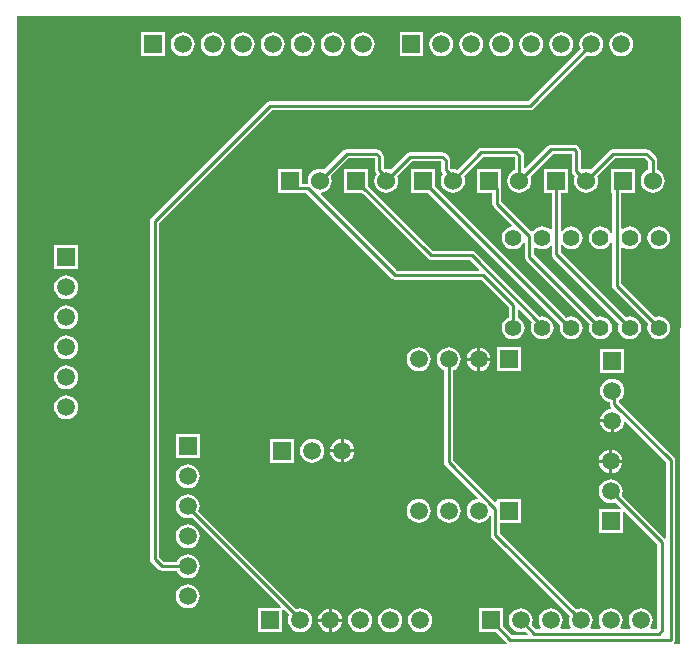
<source format=gtl>
G04*
G04 #@! TF.GenerationSoftware,Altium Limited,Altium Designer,19.1.6 (110)*
G04*
G04 Layer_Physical_Order=1*
G04 Layer_Color=255*
%FSLAX23Y23*%
%MOIN*%
G70*
G01*
G75*
%ADD10C,0.010*%
%ADD18C,0.060*%
%ADD19R,0.060X0.060*%
%ADD20R,0.059X0.059*%
%ADD21C,0.059*%
%ADD22R,0.059X0.059*%
%ADD23C,0.055*%
G36*
X3870Y4876D02*
X3865Y2785D01*
X3847D01*
X3846Y2788D01*
X3846Y2790D01*
X3849Y2795D01*
X3850Y2800D01*
Y3398D01*
X3849Y3404D01*
X3845Y3409D01*
X3663Y3592D01*
Y3598D01*
X3668Y3602D01*
X3675Y3610D01*
X3679Y3620D01*
X3680Y3630D01*
X3679Y3640D01*
X3675Y3650D01*
X3668Y3658D01*
X3660Y3665D01*
X3650Y3669D01*
X3640Y3670D01*
X3630Y3669D01*
X3620Y3665D01*
X3612Y3658D01*
X3605Y3650D01*
X3601Y3640D01*
X3600Y3630D01*
X3601Y3620D01*
X3605Y3610D01*
X3612Y3602D01*
X3620Y3595D01*
X3630Y3591D01*
X3632Y3591D01*
Y3585D01*
X3633Y3580D01*
X3637Y3575D01*
X3637Y3574D01*
X3635Y3569D01*
X3630Y3569D01*
X3620Y3565D01*
X3612Y3558D01*
X3605Y3550D01*
X3601Y3540D01*
X3601Y3535D01*
X3640D01*
Y3530D01*
X3645D01*
Y3491D01*
X3650Y3491D01*
X3660Y3495D01*
X3668Y3502D01*
X3675Y3510D01*
X3679Y3520D01*
X3679Y3525D01*
X3684Y3527D01*
X3819Y3392D01*
Y3139D01*
X3814Y3137D01*
X3672Y3280D01*
X3674Y3285D01*
X3675Y3295D01*
X3674Y3305D01*
X3670Y3315D01*
X3663Y3323D01*
X3655Y3330D01*
X3645Y3334D01*
X3635Y3335D01*
X3625Y3334D01*
X3615Y3330D01*
X3607Y3323D01*
X3600Y3315D01*
X3596Y3305D01*
X3595Y3295D01*
X3596Y3285D01*
X3600Y3275D01*
X3607Y3267D01*
X3615Y3260D01*
X3625Y3256D01*
X3635Y3255D01*
X3645Y3256D01*
X3650Y3258D01*
X3669Y3239D01*
X3667Y3235D01*
X3595D01*
Y3155D01*
X3675D01*
Y3227D01*
X3679Y3229D01*
X3790Y3119D01*
Y2837D01*
X3788Y2836D01*
X3769D01*
X3766Y2841D01*
X3770Y2845D01*
X3774Y2855D01*
X3775Y2865D01*
X3774Y2875D01*
X3770Y2885D01*
X3763Y2893D01*
X3755Y2900D01*
X3745Y2904D01*
X3735Y2905D01*
X3725Y2904D01*
X3715Y2900D01*
X3707Y2893D01*
X3700Y2885D01*
X3696Y2875D01*
X3695Y2865D01*
X3696Y2855D01*
X3700Y2845D01*
X3704Y2841D01*
X3701Y2836D01*
X3669D01*
X3666Y2841D01*
X3670Y2845D01*
X3674Y2855D01*
X3675Y2865D01*
X3674Y2875D01*
X3670Y2885D01*
X3663Y2893D01*
X3655Y2900D01*
X3645Y2904D01*
X3635Y2905D01*
X3625Y2904D01*
X3615Y2900D01*
X3607Y2893D01*
X3600Y2885D01*
X3596Y2875D01*
X3595Y2865D01*
X3596Y2855D01*
X3600Y2845D01*
X3604Y2841D01*
X3601Y2836D01*
X3569D01*
X3566Y2841D01*
X3570Y2845D01*
X3574Y2855D01*
X3575Y2865D01*
X3574Y2875D01*
X3570Y2885D01*
X3563Y2893D01*
X3555Y2900D01*
X3545Y2904D01*
X3535Y2905D01*
X3525Y2904D01*
X3520Y2902D01*
X3266Y3156D01*
Y3190D01*
X3335D01*
Y3270D01*
X3255D01*
Y3261D01*
X3251Y3259D01*
X3110Y3399D01*
Y3699D01*
X3115Y3700D01*
X3123Y3707D01*
X3130Y3715D01*
X3134Y3725D01*
X3135Y3735D01*
X3134Y3745D01*
X3130Y3755D01*
X3123Y3763D01*
X3115Y3770D01*
X3105Y3774D01*
X3095Y3775D01*
X3085Y3774D01*
X3075Y3770D01*
X3067Y3763D01*
X3060Y3755D01*
X3056Y3745D01*
X3055Y3735D01*
X3056Y3725D01*
X3060Y3715D01*
X3067Y3707D01*
X3075Y3700D01*
X3080Y3699D01*
Y3393D01*
X3081Y3387D01*
X3084Y3382D01*
X3192Y3274D01*
X3190Y3269D01*
X3185Y3269D01*
X3175Y3265D01*
X3167Y3258D01*
X3160Y3250D01*
X3156Y3240D01*
X3155Y3230D01*
X3156Y3220D01*
X3160Y3210D01*
X3167Y3202D01*
X3175Y3195D01*
X3185Y3191D01*
X3195Y3190D01*
X3205Y3191D01*
X3215Y3195D01*
X3223Y3202D01*
X3230Y3210D01*
X3230Y3212D01*
X3235Y3211D01*
Y3150D01*
X3236Y3144D01*
X3240Y3139D01*
X3498Y2880D01*
X3496Y2875D01*
X3495Y2865D01*
X3496Y2855D01*
X3500Y2845D01*
X3504Y2841D01*
X3501Y2836D01*
X3469D01*
X3466Y2841D01*
X3470Y2845D01*
X3474Y2855D01*
X3475Y2865D01*
X3474Y2875D01*
X3470Y2885D01*
X3463Y2893D01*
X3455Y2900D01*
X3445Y2904D01*
X3435Y2905D01*
X3425Y2904D01*
X3415Y2900D01*
X3407Y2893D01*
X3400Y2885D01*
X3396Y2875D01*
X3395Y2865D01*
X3396Y2855D01*
X3400Y2845D01*
X3404Y2841D01*
X3401Y2836D01*
X3386D01*
X3372Y2850D01*
X3374Y2855D01*
X3375Y2865D01*
X3374Y2875D01*
X3370Y2885D01*
X3363Y2893D01*
X3355Y2900D01*
X3345Y2904D01*
X3335Y2905D01*
X3325Y2904D01*
X3315Y2900D01*
X3307Y2893D01*
X3300Y2885D01*
X3296Y2875D01*
X3295Y2865D01*
X3296Y2855D01*
X3300Y2845D01*
X3307Y2837D01*
X3315Y2830D01*
X3325Y2826D01*
X3335Y2825D01*
X3345Y2826D01*
X3350Y2828D01*
X3358Y2820D01*
X3356Y2816D01*
X3306D01*
X3275Y2847D01*
Y2905D01*
X3195D01*
Y2825D01*
X3253D01*
X3288Y2790D01*
X3288Y2789D01*
X3287Y2785D01*
X1655D01*
Y4879D01*
X3866Y4880D01*
X3870Y4876D01*
D02*
G37*
%LPC*%
G36*
X3011Y4825D02*
X2932D01*
Y4745D01*
X3011D01*
Y4825D01*
D02*
G37*
G36*
X2148D02*
X2069D01*
Y4745D01*
X2148D01*
Y4825D01*
D02*
G37*
G36*
X3671Y4825D02*
X3661Y4824D01*
X3651Y4820D01*
X3643Y4813D01*
X3637Y4805D01*
X3633Y4795D01*
X3631Y4785D01*
X3633Y4775D01*
X3637Y4765D01*
X3643Y4757D01*
X3651Y4750D01*
X3661Y4746D01*
X3671Y4745D01*
X3682Y4746D01*
X3691Y4750D01*
X3699Y4757D01*
X3706Y4765D01*
X3710Y4775D01*
X3711Y4785D01*
X3710Y4795D01*
X3706Y4805D01*
X3699Y4813D01*
X3691Y4820D01*
X3682Y4824D01*
X3671Y4825D01*
D02*
G37*
G36*
X3571D02*
X3561Y4824D01*
X3551Y4820D01*
X3543Y4813D01*
X3537Y4805D01*
X3533Y4795D01*
X3531Y4785D01*
X3533Y4775D01*
X3535Y4770D01*
X3360Y4595D01*
X2500D01*
X2494Y4594D01*
X2489Y4591D01*
X2104Y4206D01*
X2101Y4201D01*
X2100Y4195D01*
Y3070D01*
X2101Y3064D01*
X2104Y3059D01*
X2129Y3034D01*
X2134Y3031D01*
X2140Y3030D01*
X2189D01*
X2190Y3025D01*
X2197Y3017D01*
X2205Y3010D01*
X2215Y3006D01*
X2225Y3005D01*
X2235Y3006D01*
X2245Y3010D01*
X2253Y3017D01*
X2260Y3025D01*
X2264Y3035D01*
X2265Y3045D01*
X2264Y3055D01*
X2260Y3065D01*
X2253Y3073D01*
X2245Y3080D01*
X2235Y3084D01*
X2225Y3085D01*
X2215Y3084D01*
X2205Y3080D01*
X2197Y3073D01*
X2190Y3065D01*
X2189Y3060D01*
X2146D01*
X2130Y3076D01*
Y4189D01*
X2506Y4565D01*
X3366D01*
X3372Y4566D01*
X3377Y4569D01*
X3556Y4748D01*
X3561Y4746D01*
X3571Y4745D01*
X3582Y4746D01*
X3591Y4750D01*
X3599Y4757D01*
X3606Y4765D01*
X3610Y4775D01*
X3611Y4785D01*
X3610Y4795D01*
X3606Y4805D01*
X3599Y4813D01*
X3591Y4820D01*
X3582Y4824D01*
X3571Y4825D01*
D02*
G37*
G36*
X3471D02*
X3461Y4824D01*
X3451Y4820D01*
X3443Y4813D01*
X3437Y4805D01*
X3433Y4795D01*
X3431Y4785D01*
X3433Y4775D01*
X3437Y4765D01*
X3443Y4757D01*
X3451Y4750D01*
X3461Y4746D01*
X3471Y4745D01*
X3482Y4746D01*
X3491Y4750D01*
X3499Y4757D01*
X3506Y4765D01*
X3510Y4775D01*
X3511Y4785D01*
X3510Y4795D01*
X3506Y4805D01*
X3499Y4813D01*
X3491Y4820D01*
X3482Y4824D01*
X3471Y4825D01*
D02*
G37*
G36*
X3371D02*
X3361Y4824D01*
X3351Y4820D01*
X3343Y4813D01*
X3337Y4805D01*
X3333Y4795D01*
X3331Y4785D01*
X3333Y4775D01*
X3337Y4765D01*
X3343Y4757D01*
X3351Y4750D01*
X3361Y4746D01*
X3371Y4745D01*
X3382Y4746D01*
X3391Y4750D01*
X3399Y4757D01*
X3406Y4765D01*
X3410Y4775D01*
X3411Y4785D01*
X3410Y4795D01*
X3406Y4805D01*
X3399Y4813D01*
X3391Y4820D01*
X3382Y4824D01*
X3371Y4825D01*
D02*
G37*
G36*
X3271D02*
X3261Y4824D01*
X3251Y4820D01*
X3243Y4813D01*
X3237Y4805D01*
X3233Y4795D01*
X3231Y4785D01*
X3233Y4775D01*
X3237Y4765D01*
X3243Y4757D01*
X3251Y4750D01*
X3261Y4746D01*
X3271Y4745D01*
X3282Y4746D01*
X3291Y4750D01*
X3299Y4757D01*
X3306Y4765D01*
X3310Y4775D01*
X3311Y4785D01*
X3310Y4795D01*
X3306Y4805D01*
X3299Y4813D01*
X3291Y4820D01*
X3282Y4824D01*
X3271Y4825D01*
D02*
G37*
G36*
X3171D02*
X3161Y4824D01*
X3151Y4820D01*
X3143Y4813D01*
X3137Y4805D01*
X3133Y4795D01*
X3131Y4785D01*
X3133Y4775D01*
X3137Y4765D01*
X3143Y4757D01*
X3151Y4750D01*
X3161Y4746D01*
X3171Y4745D01*
X3182Y4746D01*
X3191Y4750D01*
X3199Y4757D01*
X3206Y4765D01*
X3210Y4775D01*
X3211Y4785D01*
X3210Y4795D01*
X3206Y4805D01*
X3199Y4813D01*
X3191Y4820D01*
X3182Y4824D01*
X3171Y4825D01*
D02*
G37*
G36*
X3071D02*
X3061Y4824D01*
X3051Y4820D01*
X3043Y4813D01*
X3037Y4805D01*
X3033Y4795D01*
X3031Y4785D01*
X3033Y4775D01*
X3037Y4765D01*
X3043Y4757D01*
X3051Y4750D01*
X3061Y4746D01*
X3071Y4745D01*
X3082Y4746D01*
X3091Y4750D01*
X3099Y4757D01*
X3106Y4765D01*
X3110Y4775D01*
X3111Y4785D01*
X3110Y4795D01*
X3106Y4805D01*
X3099Y4813D01*
X3091Y4820D01*
X3082Y4824D01*
X3071Y4825D01*
D02*
G37*
G36*
X2809D02*
X2798Y4824D01*
X2789Y4820D01*
X2781Y4813D01*
X2774Y4805D01*
X2770Y4795D01*
X2769Y4785D01*
X2770Y4775D01*
X2774Y4765D01*
X2781Y4757D01*
X2789Y4750D01*
X2798Y4746D01*
X2809Y4745D01*
X2819Y4746D01*
X2829Y4750D01*
X2837Y4757D01*
X2843Y4765D01*
X2847Y4775D01*
X2849Y4785D01*
X2847Y4795D01*
X2843Y4805D01*
X2837Y4813D01*
X2829Y4820D01*
X2819Y4824D01*
X2809Y4825D01*
D02*
G37*
G36*
X2709D02*
X2698Y4824D01*
X2689Y4820D01*
X2681Y4813D01*
X2674Y4805D01*
X2670Y4795D01*
X2669Y4785D01*
X2670Y4775D01*
X2674Y4765D01*
X2681Y4757D01*
X2689Y4750D01*
X2698Y4746D01*
X2709Y4745D01*
X2719Y4746D01*
X2729Y4750D01*
X2737Y4757D01*
X2743Y4765D01*
X2747Y4775D01*
X2749Y4785D01*
X2747Y4795D01*
X2743Y4805D01*
X2737Y4813D01*
X2729Y4820D01*
X2719Y4824D01*
X2709Y4825D01*
D02*
G37*
G36*
X2609D02*
X2598Y4824D01*
X2589Y4820D01*
X2581Y4813D01*
X2574Y4805D01*
X2570Y4795D01*
X2569Y4785D01*
X2570Y4775D01*
X2574Y4765D01*
X2581Y4757D01*
X2589Y4750D01*
X2598Y4746D01*
X2609Y4745D01*
X2619Y4746D01*
X2629Y4750D01*
X2637Y4757D01*
X2643Y4765D01*
X2647Y4775D01*
X2649Y4785D01*
X2647Y4795D01*
X2643Y4805D01*
X2637Y4813D01*
X2629Y4820D01*
X2619Y4824D01*
X2609Y4825D01*
D02*
G37*
G36*
X2509D02*
X2498Y4824D01*
X2489Y4820D01*
X2481Y4813D01*
X2474Y4805D01*
X2470Y4795D01*
X2469Y4785D01*
X2470Y4775D01*
X2474Y4765D01*
X2481Y4757D01*
X2489Y4750D01*
X2498Y4746D01*
X2509Y4745D01*
X2519Y4746D01*
X2529Y4750D01*
X2537Y4757D01*
X2543Y4765D01*
X2547Y4775D01*
X2549Y4785D01*
X2547Y4795D01*
X2543Y4805D01*
X2537Y4813D01*
X2529Y4820D01*
X2519Y4824D01*
X2509Y4825D01*
D02*
G37*
G36*
X2409D02*
X2398Y4824D01*
X2389Y4820D01*
X2381Y4813D01*
X2374Y4805D01*
X2370Y4795D01*
X2369Y4785D01*
X2370Y4775D01*
X2374Y4765D01*
X2381Y4757D01*
X2389Y4750D01*
X2398Y4746D01*
X2409Y4745D01*
X2419Y4746D01*
X2429Y4750D01*
X2437Y4757D01*
X2443Y4765D01*
X2447Y4775D01*
X2449Y4785D01*
X2447Y4795D01*
X2443Y4805D01*
X2437Y4813D01*
X2429Y4820D01*
X2419Y4824D01*
X2409Y4825D01*
D02*
G37*
G36*
X2309D02*
X2298Y4824D01*
X2289Y4820D01*
X2281Y4813D01*
X2274Y4805D01*
X2270Y4795D01*
X2269Y4785D01*
X2270Y4775D01*
X2274Y4765D01*
X2281Y4757D01*
X2289Y4750D01*
X2298Y4746D01*
X2309Y4745D01*
X2319Y4746D01*
X2329Y4750D01*
X2337Y4757D01*
X2343Y4765D01*
X2347Y4775D01*
X2349Y4785D01*
X2347Y4795D01*
X2343Y4805D01*
X2337Y4813D01*
X2329Y4820D01*
X2319Y4824D01*
X2309Y4825D01*
D02*
G37*
G36*
X2209D02*
X2198Y4824D01*
X2189Y4820D01*
X2181Y4813D01*
X2174Y4805D01*
X2170Y4795D01*
X2169Y4785D01*
X2170Y4775D01*
X2174Y4765D01*
X2181Y4757D01*
X2189Y4750D01*
X2198Y4746D01*
X2209Y4745D01*
X2219Y4746D01*
X2229Y4750D01*
X2237Y4757D01*
X2243Y4765D01*
X2247Y4775D01*
X2249Y4785D01*
X2247Y4795D01*
X2243Y4805D01*
X2237Y4813D01*
X2229Y4820D01*
X2219Y4824D01*
X2209Y4825D01*
D02*
G37*
G36*
X3514Y4450D02*
X3436D01*
X3430Y4449D01*
X3425Y4446D01*
X3351Y4372D01*
X3346Y4374D01*
Y4414D01*
X3345Y4420D01*
X3342Y4425D01*
X3331Y4436D01*
X3326Y4439D01*
X3320Y4440D01*
X3204D01*
X3198Y4439D01*
X3193Y4436D01*
X3124Y4367D01*
X3119Y4369D01*
X3109Y4370D01*
X3104Y4370D01*
X3101Y4374D01*
Y4399D01*
X3099Y4405D01*
X3096Y4410D01*
X3085Y4421D01*
X3080Y4424D01*
X3074Y4425D01*
X2967D01*
X2961Y4424D01*
X2956Y4421D01*
X2902Y4367D01*
X2897Y4369D01*
X2887Y4370D01*
X2882Y4370D01*
X2879Y4374D01*
Y4411D01*
X2877Y4417D01*
X2874Y4422D01*
X2865Y4431D01*
X2860Y4434D01*
X2854Y4435D01*
X2755D01*
X2749Y4434D01*
X2744Y4431D01*
X2680Y4367D01*
X2675Y4369D01*
X2665Y4370D01*
X2655Y4369D01*
X2645Y4365D01*
X2636Y4359D01*
X2630Y4350D01*
X2626Y4340D01*
X2625Y4330D01*
X2625Y4324D01*
X2622Y4320D01*
X2605D01*
Y4370D01*
X2525D01*
Y4290D01*
X2589D01*
X2590Y4290D01*
X2620D01*
X2906Y4004D01*
X2911Y4001D01*
X2916Y4000D01*
X3204D01*
X3295Y3909D01*
Y3874D01*
X3291Y3873D01*
X3283Y3867D01*
X3277Y3859D01*
X3273Y3850D01*
X3272Y3840D01*
X3273Y3830D01*
X3277Y3821D01*
X3283Y3813D01*
X3291Y3807D01*
X3300Y3803D01*
X3310Y3802D01*
X3320Y3803D01*
X3329Y3807D01*
X3337Y3813D01*
X3343Y3821D01*
X3347Y3830D01*
X3348Y3840D01*
X3347Y3850D01*
X3343Y3859D01*
X3337Y3867D01*
X3329Y3873D01*
X3325Y3874D01*
Y3900D01*
X3330Y3902D01*
X3374Y3858D01*
X3370Y3850D01*
X3369Y3840D01*
X3370Y3830D01*
X3374Y3821D01*
X3380Y3813D01*
X3388Y3807D01*
X3397Y3803D01*
X3407Y3802D01*
X3417Y3803D01*
X3426Y3807D01*
X3434Y3813D01*
X3440Y3821D01*
X3444Y3830D01*
X3445Y3840D01*
X3444Y3850D01*
X3440Y3859D01*
X3434Y3867D01*
X3426Y3873D01*
X3417Y3877D01*
X3407Y3878D01*
X3398Y3877D01*
X3183Y4092D01*
X3178Y4096D01*
X3172Y4097D01*
X3042D01*
X2827Y4312D01*
Y4370D01*
X2747D01*
Y4290D01*
X2805D01*
X3025Y4071D01*
X3030Y4067D01*
X3036Y4066D01*
X3166D01*
X3197Y4035D01*
X3195Y4030D01*
X2923D01*
X2668Y4285D01*
X2670Y4290D01*
X2675Y4291D01*
X2685Y4295D01*
X2694Y4301D01*
X2700Y4310D01*
X2704Y4320D01*
X2705Y4330D01*
X2704Y4340D01*
X2702Y4345D01*
X2761Y4405D01*
X2848D01*
X2848Y4405D01*
Y4367D01*
X2849Y4361D01*
X2852Y4356D01*
X2855Y4354D01*
X2852Y4350D01*
X2848Y4340D01*
X2847Y4330D01*
X2848Y4320D01*
X2852Y4310D01*
X2858Y4301D01*
X2867Y4295D01*
X2877Y4291D01*
X2887Y4290D01*
X2897Y4291D01*
X2907Y4295D01*
X2916Y4301D01*
X2922Y4310D01*
X2926Y4320D01*
X2927Y4330D01*
X2926Y4340D01*
X2924Y4345D01*
X2973Y4395D01*
X3068D01*
X3070Y4393D01*
Y4367D01*
X3071Y4361D01*
X3074Y4356D01*
X3077Y4354D01*
X3074Y4350D01*
X3070Y4340D01*
X3069Y4330D01*
X3070Y4320D01*
X3074Y4310D01*
X3080Y4301D01*
X3089Y4295D01*
X3099Y4291D01*
X3109Y4290D01*
X3119Y4291D01*
X3129Y4295D01*
X3138Y4301D01*
X3144Y4310D01*
X3148Y4320D01*
X3149Y4330D01*
X3148Y4340D01*
X3146Y4345D01*
X3210Y4410D01*
X3314D01*
X3316Y4408D01*
Y4367D01*
X3311Y4365D01*
X3302Y4359D01*
X3296Y4350D01*
X3292Y4340D01*
X3291Y4330D01*
X3292Y4320D01*
X3296Y4310D01*
X3302Y4301D01*
X3311Y4295D01*
X3321Y4291D01*
X3331Y4290D01*
X3341Y4291D01*
X3351Y4295D01*
X3360Y4301D01*
X3366Y4310D01*
X3370Y4320D01*
X3371Y4330D01*
X3370Y4340D01*
X3368Y4345D01*
X3442Y4420D01*
X3505D01*
Y4363D01*
X3506Y4357D01*
X3509Y4352D01*
X3516Y4345D01*
X3514Y4340D01*
X3513Y4330D01*
X3514Y4320D01*
X3518Y4310D01*
X3524Y4301D01*
X3533Y4295D01*
X3543Y4291D01*
X3553Y4290D01*
X3563Y4291D01*
X3573Y4295D01*
X3582Y4301D01*
X3588Y4310D01*
X3592Y4320D01*
X3593Y4330D01*
X3592Y4340D01*
X3590Y4345D01*
X3649Y4405D01*
X3748D01*
X3760Y4393D01*
Y4367D01*
X3755Y4365D01*
X3746Y4359D01*
X3740Y4350D01*
X3736Y4340D01*
X3735Y4330D01*
X3736Y4320D01*
X3740Y4310D01*
X3746Y4301D01*
X3755Y4295D01*
X3765Y4291D01*
X3775Y4290D01*
X3785Y4291D01*
X3795Y4295D01*
X3804Y4301D01*
X3810Y4310D01*
X3814Y4320D01*
X3815Y4330D01*
X3814Y4340D01*
X3810Y4350D01*
X3804Y4359D01*
X3795Y4365D01*
X3790Y4367D01*
Y4399D01*
X3789Y4405D01*
X3786Y4410D01*
X3765Y4431D01*
X3760Y4434D01*
X3754Y4435D01*
X3643D01*
X3637Y4434D01*
X3632Y4431D01*
X3568Y4367D01*
X3563Y4369D01*
X3553Y4370D01*
X3543Y4369D01*
X3540Y4368D01*
X3535Y4371D01*
Y4429D01*
X3534Y4435D01*
X3531Y4440D01*
X3525Y4446D01*
X3520Y4449D01*
X3514Y4450D01*
D02*
G37*
G36*
X3493Y4370D02*
X3413D01*
Y4290D01*
X3438D01*
Y4169D01*
X3433Y4168D01*
X3426Y4173D01*
X3417Y4177D01*
X3407Y4178D01*
X3397Y4177D01*
X3388Y4173D01*
X3380Y4167D01*
X3377Y4162D01*
X3370Y4162D01*
X3271Y4261D01*
Y4305D01*
X3271Y4306D01*
Y4370D01*
X3191D01*
Y4290D01*
X3241D01*
Y4254D01*
X3242Y4248D01*
X3245Y4243D01*
X3306Y4182D01*
X3304Y4177D01*
X3300Y4177D01*
X3291Y4173D01*
X3283Y4167D01*
X3277Y4159D01*
X3273Y4150D01*
X3272Y4140D01*
X3273Y4130D01*
X3277Y4121D01*
X3283Y4113D01*
X3291Y4107D01*
X3300Y4103D01*
X3310Y4102D01*
X3320Y4103D01*
X3329Y4107D01*
X3337Y4113D01*
X3343Y4121D01*
X3344Y4124D01*
X3349Y4123D01*
Y4077D01*
X3350Y4071D01*
X3354Y4066D01*
X3566Y3853D01*
X3564Y3850D01*
X3563Y3840D01*
X3564Y3830D01*
X3568Y3821D01*
X3574Y3813D01*
X3582Y3807D01*
X3591Y3803D01*
X3601Y3802D01*
X3611Y3803D01*
X3620Y3807D01*
X3628Y3813D01*
X3634Y3821D01*
X3638Y3830D01*
X3639Y3840D01*
X3638Y3850D01*
X3634Y3859D01*
X3628Y3867D01*
X3620Y3873D01*
X3611Y3877D01*
X3601Y3878D01*
X3591Y3877D01*
X3588Y3875D01*
X3380Y4083D01*
Y4107D01*
X3385Y4110D01*
X3388Y4107D01*
X3397Y4103D01*
X3407Y4102D01*
X3417Y4103D01*
X3426Y4107D01*
X3433Y4112D01*
X3438Y4111D01*
Y4085D01*
X3439Y4079D01*
X3442Y4074D01*
X3663Y3853D01*
X3661Y3850D01*
X3660Y3840D01*
X3661Y3830D01*
X3665Y3821D01*
X3671Y3813D01*
X3679Y3807D01*
X3688Y3803D01*
X3698Y3802D01*
X3708Y3803D01*
X3717Y3807D01*
X3725Y3813D01*
X3731Y3821D01*
X3735Y3830D01*
X3736Y3840D01*
X3735Y3850D01*
X3731Y3859D01*
X3725Y3867D01*
X3717Y3873D01*
X3708Y3877D01*
X3698Y3878D01*
X3688Y3877D01*
X3685Y3875D01*
X3468Y4091D01*
Y4117D01*
X3473Y4118D01*
X3477Y4113D01*
X3485Y4107D01*
X3494Y4103D01*
X3504Y4102D01*
X3514Y4103D01*
X3523Y4107D01*
X3531Y4113D01*
X3537Y4121D01*
X3541Y4130D01*
X3542Y4140D01*
X3541Y4150D01*
X3537Y4159D01*
X3531Y4167D01*
X3523Y4173D01*
X3514Y4177D01*
X3504Y4178D01*
X3494Y4177D01*
X3485Y4173D01*
X3477Y4167D01*
X3473Y4162D01*
X3468Y4163D01*
Y4290D01*
X3493D01*
Y4370D01*
D02*
G37*
G36*
X3715D02*
X3635D01*
Y4290D01*
X3640D01*
Y4157D01*
X3635Y4156D01*
X3634Y4159D01*
X3628Y4167D01*
X3620Y4173D01*
X3611Y4177D01*
X3601Y4178D01*
X3591Y4177D01*
X3582Y4173D01*
X3574Y4167D01*
X3568Y4159D01*
X3564Y4150D01*
X3563Y4140D01*
X3564Y4130D01*
X3568Y4121D01*
X3574Y4113D01*
X3582Y4107D01*
X3591Y4103D01*
X3601Y4102D01*
X3611Y4103D01*
X3620Y4107D01*
X3628Y4113D01*
X3634Y4121D01*
X3635Y4124D01*
X3640Y4123D01*
Y3980D01*
X3641Y3974D01*
X3645Y3969D01*
X3760Y3853D01*
X3758Y3850D01*
X3757Y3840D01*
X3758Y3830D01*
X3762Y3821D01*
X3768Y3813D01*
X3776Y3807D01*
X3785Y3803D01*
X3795Y3802D01*
X3805Y3803D01*
X3814Y3807D01*
X3822Y3813D01*
X3828Y3821D01*
X3832Y3830D01*
X3833Y3840D01*
X3832Y3850D01*
X3828Y3859D01*
X3822Y3867D01*
X3814Y3873D01*
X3805Y3877D01*
X3795Y3878D01*
X3785Y3877D01*
X3782Y3875D01*
X3671Y3986D01*
Y4107D01*
X3676Y4110D01*
X3679Y4107D01*
X3688Y4103D01*
X3698Y4102D01*
X3708Y4103D01*
X3717Y4107D01*
X3725Y4113D01*
X3731Y4121D01*
X3735Y4130D01*
X3736Y4140D01*
X3735Y4150D01*
X3731Y4159D01*
X3725Y4167D01*
X3717Y4173D01*
X3708Y4177D01*
X3698Y4178D01*
X3688Y4177D01*
X3679Y4173D01*
X3676Y4170D01*
X3671Y4173D01*
Y4290D01*
X3715D01*
Y4370D01*
D02*
G37*
G36*
X3795Y4178D02*
X3785Y4177D01*
X3776Y4173D01*
X3768Y4167D01*
X3762Y4159D01*
X3758Y4150D01*
X3757Y4140D01*
X3758Y4130D01*
X3762Y4121D01*
X3768Y4113D01*
X3776Y4107D01*
X3785Y4103D01*
X3795Y4102D01*
X3805Y4103D01*
X3814Y4107D01*
X3822Y4113D01*
X3828Y4121D01*
X3832Y4130D01*
X3833Y4140D01*
X3832Y4150D01*
X3828Y4159D01*
X3822Y4167D01*
X3814Y4173D01*
X3805Y4177D01*
X3795Y4178D01*
D02*
G37*
G36*
X1860Y4115D02*
X1780D01*
Y4035D01*
X1860D01*
Y4115D01*
D02*
G37*
G36*
X1820Y4015D02*
X1810Y4014D01*
X1800Y4010D01*
X1792Y4003D01*
X1785Y3995D01*
X1781Y3985D01*
X1780Y3975D01*
X1781Y3965D01*
X1785Y3955D01*
X1792Y3947D01*
X1800Y3940D01*
X1810Y3936D01*
X1820Y3935D01*
X1830Y3936D01*
X1840Y3940D01*
X1848Y3947D01*
X1855Y3955D01*
X1859Y3965D01*
X1860Y3975D01*
X1859Y3985D01*
X1855Y3995D01*
X1848Y4003D01*
X1840Y4010D01*
X1830Y4014D01*
X1820Y4015D01*
D02*
G37*
G36*
Y3915D02*
X1810Y3914D01*
X1800Y3910D01*
X1792Y3903D01*
X1785Y3895D01*
X1781Y3885D01*
X1780Y3875D01*
X1781Y3865D01*
X1785Y3855D01*
X1792Y3847D01*
X1800Y3840D01*
X1810Y3836D01*
X1820Y3835D01*
X1830Y3836D01*
X1840Y3840D01*
X1848Y3847D01*
X1855Y3855D01*
X1859Y3865D01*
X1860Y3875D01*
X1859Y3885D01*
X1855Y3895D01*
X1848Y3903D01*
X1840Y3910D01*
X1830Y3914D01*
X1820Y3915D01*
D02*
G37*
G36*
X3049Y4370D02*
X2969D01*
Y4290D01*
X3027D01*
X3467Y3850D01*
X3467Y3850D01*
X3466Y3840D01*
X3467Y3830D01*
X3471Y3821D01*
X3477Y3813D01*
X3485Y3807D01*
X3494Y3803D01*
X3504Y3802D01*
X3514Y3803D01*
X3523Y3807D01*
X3531Y3813D01*
X3537Y3821D01*
X3541Y3830D01*
X3542Y3840D01*
X3541Y3850D01*
X3537Y3859D01*
X3531Y3867D01*
X3523Y3873D01*
X3514Y3877D01*
X3504Y3878D01*
X3494Y3877D01*
X3487Y3874D01*
X3049Y4312D01*
Y4370D01*
D02*
G37*
G36*
X3200Y3774D02*
Y3740D01*
X3234D01*
X3234Y3745D01*
X3230Y3755D01*
X3223Y3763D01*
X3215Y3770D01*
X3205Y3774D01*
X3200Y3774D01*
D02*
G37*
G36*
X3190D02*
X3185Y3774D01*
X3175Y3770D01*
X3167Y3763D01*
X3160Y3755D01*
X3156Y3745D01*
X3156Y3740D01*
X3190D01*
Y3774D01*
D02*
G37*
G36*
X1820Y3815D02*
X1810Y3814D01*
X1800Y3810D01*
X1792Y3803D01*
X1785Y3795D01*
X1781Y3785D01*
X1780Y3775D01*
X1781Y3765D01*
X1785Y3755D01*
X1792Y3747D01*
X1800Y3740D01*
X1810Y3736D01*
X1820Y3735D01*
X1830Y3736D01*
X1840Y3740D01*
X1848Y3747D01*
X1855Y3755D01*
X1859Y3765D01*
X1860Y3775D01*
X1859Y3785D01*
X1855Y3795D01*
X1848Y3803D01*
X1840Y3810D01*
X1830Y3814D01*
X1820Y3815D01*
D02*
G37*
G36*
X3234Y3730D02*
X3200D01*
Y3696D01*
X3205Y3696D01*
X3215Y3700D01*
X3223Y3707D01*
X3230Y3715D01*
X3234Y3725D01*
X3234Y3730D01*
D02*
G37*
G36*
X3190D02*
X3156D01*
X3156Y3725D01*
X3160Y3715D01*
X3167Y3707D01*
X3175Y3700D01*
X3185Y3696D01*
X3190Y3696D01*
Y3730D01*
D02*
G37*
G36*
X3335Y3775D02*
X3255D01*
Y3695D01*
X3335D01*
Y3775D01*
D02*
G37*
G36*
X2995Y3775D02*
X2985Y3774D01*
X2975Y3770D01*
X2967Y3763D01*
X2960Y3755D01*
X2956Y3745D01*
X2955Y3735D01*
X2956Y3725D01*
X2960Y3715D01*
X2967Y3707D01*
X2975Y3700D01*
X2985Y3696D01*
X2995Y3695D01*
X3005Y3696D01*
X3015Y3700D01*
X3023Y3707D01*
X3030Y3715D01*
X3034Y3725D01*
X3035Y3735D01*
X3034Y3745D01*
X3030Y3755D01*
X3023Y3763D01*
X3015Y3770D01*
X3005Y3774D01*
X2995Y3775D01*
D02*
G37*
G36*
X3680Y3770D02*
X3600D01*
Y3690D01*
X3680D01*
Y3770D01*
D02*
G37*
G36*
X1820Y3715D02*
X1810Y3714D01*
X1800Y3710D01*
X1792Y3703D01*
X1785Y3695D01*
X1781Y3685D01*
X1780Y3675D01*
X1781Y3665D01*
X1785Y3655D01*
X1792Y3647D01*
X1800Y3640D01*
X1810Y3636D01*
X1820Y3635D01*
X1830Y3636D01*
X1840Y3640D01*
X1848Y3647D01*
X1855Y3655D01*
X1859Y3665D01*
X1860Y3675D01*
X1859Y3685D01*
X1855Y3695D01*
X1848Y3703D01*
X1840Y3710D01*
X1830Y3714D01*
X1820Y3715D01*
D02*
G37*
G36*
Y3615D02*
X1810Y3614D01*
X1800Y3610D01*
X1792Y3603D01*
X1785Y3595D01*
X1781Y3585D01*
X1780Y3575D01*
X1781Y3565D01*
X1785Y3555D01*
X1792Y3547D01*
X1800Y3540D01*
X1810Y3536D01*
X1820Y3535D01*
X1830Y3536D01*
X1840Y3540D01*
X1848Y3547D01*
X1855Y3555D01*
X1859Y3565D01*
X1860Y3575D01*
X1859Y3585D01*
X1855Y3595D01*
X1848Y3603D01*
X1840Y3610D01*
X1830Y3614D01*
X1820Y3615D01*
D02*
G37*
G36*
X3635Y3525D02*
X3601D01*
X3601Y3520D01*
X3605Y3510D01*
X3612Y3502D01*
X3620Y3495D01*
X3630Y3491D01*
X3635Y3491D01*
Y3525D01*
D02*
G37*
G36*
X2745Y3469D02*
Y3435D01*
X2779D01*
X2779Y3440D01*
X2775Y3450D01*
X2768Y3458D01*
X2760Y3465D01*
X2750Y3469D01*
X2745Y3469D01*
D02*
G37*
G36*
X2735D02*
X2730Y3469D01*
X2720Y3465D01*
X2712Y3458D01*
X2705Y3450D01*
X2701Y3440D01*
X2701Y3435D01*
X2735D01*
Y3469D01*
D02*
G37*
G36*
X2265Y3485D02*
X2185D01*
Y3405D01*
X2265D01*
Y3485D01*
D02*
G37*
G36*
X3640Y3434D02*
Y3400D01*
X3674D01*
X3674Y3405D01*
X3670Y3415D01*
X3663Y3423D01*
X3655Y3430D01*
X3645Y3434D01*
X3640Y3434D01*
D02*
G37*
G36*
X3630D02*
X3625Y3434D01*
X3615Y3430D01*
X3607Y3423D01*
X3600Y3415D01*
X3596Y3405D01*
X3596Y3400D01*
X3630D01*
Y3434D01*
D02*
G37*
G36*
X2779Y3425D02*
X2745D01*
Y3391D01*
X2750Y3391D01*
X2760Y3395D01*
X2768Y3402D01*
X2775Y3410D01*
X2779Y3420D01*
X2779Y3425D01*
D02*
G37*
G36*
X2735D02*
X2701D01*
X2701Y3420D01*
X2705Y3410D01*
X2712Y3402D01*
X2720Y3395D01*
X2730Y3391D01*
X2735Y3391D01*
Y3425D01*
D02*
G37*
G36*
X2580Y3470D02*
X2500D01*
Y3390D01*
X2580D01*
Y3470D01*
D02*
G37*
G36*
X2640Y3470D02*
X2630Y3469D01*
X2620Y3465D01*
X2612Y3458D01*
X2605Y3450D01*
X2601Y3440D01*
X2600Y3430D01*
X2601Y3420D01*
X2605Y3410D01*
X2612Y3402D01*
X2620Y3395D01*
X2630Y3391D01*
X2640Y3390D01*
X2650Y3391D01*
X2660Y3395D01*
X2668Y3402D01*
X2675Y3410D01*
X2679Y3420D01*
X2680Y3430D01*
X2679Y3440D01*
X2675Y3450D01*
X2668Y3458D01*
X2660Y3465D01*
X2650Y3469D01*
X2640Y3470D01*
D02*
G37*
G36*
X3674Y3390D02*
X3640D01*
Y3356D01*
X3645Y3356D01*
X3655Y3360D01*
X3663Y3367D01*
X3670Y3375D01*
X3674Y3385D01*
X3674Y3390D01*
D02*
G37*
G36*
X3630D02*
X3596D01*
X3596Y3385D01*
X3600Y3375D01*
X3607Y3367D01*
X3615Y3360D01*
X3625Y3356D01*
X3630Y3356D01*
Y3390D01*
D02*
G37*
G36*
X2225Y3385D02*
X2215Y3384D01*
X2205Y3380D01*
X2197Y3373D01*
X2190Y3365D01*
X2186Y3355D01*
X2185Y3345D01*
X2186Y3335D01*
X2190Y3325D01*
X2197Y3317D01*
X2205Y3310D01*
X2215Y3306D01*
X2225Y3305D01*
X2235Y3306D01*
X2245Y3310D01*
X2253Y3317D01*
X2260Y3325D01*
X2264Y3335D01*
X2265Y3345D01*
X2264Y3355D01*
X2260Y3365D01*
X2253Y3373D01*
X2245Y3380D01*
X2235Y3384D01*
X2225Y3385D01*
D02*
G37*
G36*
X3095Y3270D02*
X3085Y3269D01*
X3075Y3265D01*
X3067Y3258D01*
X3060Y3250D01*
X3056Y3240D01*
X3055Y3230D01*
X3056Y3220D01*
X3060Y3210D01*
X3067Y3202D01*
X3075Y3195D01*
X3085Y3191D01*
X3095Y3190D01*
X3105Y3191D01*
X3115Y3195D01*
X3123Y3202D01*
X3130Y3210D01*
X3134Y3220D01*
X3135Y3230D01*
X3134Y3240D01*
X3130Y3250D01*
X3123Y3258D01*
X3115Y3265D01*
X3105Y3269D01*
X3095Y3270D01*
D02*
G37*
G36*
X2995D02*
X2985Y3269D01*
X2975Y3265D01*
X2967Y3258D01*
X2960Y3250D01*
X2956Y3240D01*
X2955Y3230D01*
X2956Y3220D01*
X2960Y3210D01*
X2967Y3202D01*
X2975Y3195D01*
X2985Y3191D01*
X2995Y3190D01*
X3005Y3191D01*
X3015Y3195D01*
X3023Y3202D01*
X3030Y3210D01*
X3034Y3220D01*
X3035Y3230D01*
X3034Y3240D01*
X3030Y3250D01*
X3023Y3258D01*
X3015Y3265D01*
X3005Y3269D01*
X2995Y3270D01*
D02*
G37*
G36*
X2225Y3185D02*
X2215Y3184D01*
X2205Y3180D01*
X2197Y3173D01*
X2190Y3165D01*
X2186Y3155D01*
X2185Y3145D01*
X2186Y3135D01*
X2190Y3125D01*
X2197Y3117D01*
X2205Y3110D01*
X2215Y3106D01*
X2225Y3105D01*
X2235Y3106D01*
X2245Y3110D01*
X2253Y3117D01*
X2260Y3125D01*
X2264Y3135D01*
X2265Y3145D01*
X2264Y3155D01*
X2260Y3165D01*
X2253Y3173D01*
X2245Y3180D01*
X2235Y3184D01*
X2225Y3185D01*
D02*
G37*
G36*
Y2985D02*
X2215Y2984D01*
X2205Y2980D01*
X2197Y2973D01*
X2190Y2965D01*
X2186Y2955D01*
X2185Y2945D01*
X2186Y2935D01*
X2190Y2925D01*
X2197Y2917D01*
X2205Y2910D01*
X2215Y2906D01*
X2225Y2905D01*
X2235Y2906D01*
X2245Y2910D01*
X2253Y2917D01*
X2260Y2925D01*
X2264Y2935D01*
X2265Y2945D01*
X2264Y2955D01*
X2260Y2965D01*
X2253Y2973D01*
X2245Y2980D01*
X2235Y2984D01*
X2225Y2985D01*
D02*
G37*
G36*
X2705Y2904D02*
Y2870D01*
X2739D01*
X2739Y2875D01*
X2735Y2885D01*
X2728Y2893D01*
X2720Y2900D01*
X2710Y2904D01*
X2705Y2904D01*
D02*
G37*
G36*
X2695D02*
X2690Y2904D01*
X2680Y2900D01*
X2672Y2893D01*
X2665Y2885D01*
X2661Y2875D01*
X2661Y2870D01*
X2695D01*
Y2904D01*
D02*
G37*
G36*
X2739Y2860D02*
X2705D01*
Y2826D01*
X2710Y2826D01*
X2720Y2830D01*
X2728Y2837D01*
X2735Y2845D01*
X2739Y2855D01*
X2739Y2860D01*
D02*
G37*
G36*
X2695D02*
X2661D01*
X2661Y2855D01*
X2665Y2845D01*
X2672Y2837D01*
X2680Y2830D01*
X2690Y2826D01*
X2695Y2826D01*
Y2860D01*
D02*
G37*
G36*
X3000Y2905D02*
X2990Y2904D01*
X2980Y2900D01*
X2972Y2893D01*
X2965Y2885D01*
X2961Y2875D01*
X2960Y2865D01*
X2961Y2855D01*
X2965Y2845D01*
X2972Y2837D01*
X2980Y2830D01*
X2990Y2826D01*
X3000Y2825D01*
X3010Y2826D01*
X3020Y2830D01*
X3028Y2837D01*
X3035Y2845D01*
X3039Y2855D01*
X3040Y2865D01*
X3039Y2875D01*
X3035Y2885D01*
X3028Y2893D01*
X3020Y2900D01*
X3010Y2904D01*
X3000Y2905D01*
D02*
G37*
G36*
X2900D02*
X2890Y2904D01*
X2880Y2900D01*
X2872Y2893D01*
X2865Y2885D01*
X2861Y2875D01*
X2860Y2865D01*
X2861Y2855D01*
X2865Y2845D01*
X2872Y2837D01*
X2880Y2830D01*
X2890Y2826D01*
X2900Y2825D01*
X2910Y2826D01*
X2920Y2830D01*
X2928Y2837D01*
X2935Y2845D01*
X2939Y2855D01*
X2940Y2865D01*
X2939Y2875D01*
X2935Y2885D01*
X2928Y2893D01*
X2920Y2900D01*
X2910Y2904D01*
X2900Y2905D01*
D02*
G37*
G36*
X2800D02*
X2790Y2904D01*
X2780Y2900D01*
X2772Y2893D01*
X2765Y2885D01*
X2761Y2875D01*
X2760Y2865D01*
X2761Y2855D01*
X2765Y2845D01*
X2772Y2837D01*
X2780Y2830D01*
X2790Y2826D01*
X2800Y2825D01*
X2810Y2826D01*
X2820Y2830D01*
X2828Y2837D01*
X2835Y2845D01*
X2839Y2855D01*
X2840Y2865D01*
X2839Y2875D01*
X2835Y2885D01*
X2828Y2893D01*
X2820Y2900D01*
X2810Y2904D01*
X2800Y2905D01*
D02*
G37*
G36*
X2225Y3285D02*
X2215Y3284D01*
X2205Y3280D01*
X2197Y3273D01*
X2190Y3265D01*
X2186Y3255D01*
X2185Y3245D01*
X2186Y3235D01*
X2190Y3225D01*
X2197Y3217D01*
X2205Y3210D01*
X2215Y3206D01*
X2225Y3205D01*
X2235Y3206D01*
X2238Y3208D01*
X2536Y2910D01*
X2534Y2905D01*
X2460D01*
Y2825D01*
X2540D01*
Y2899D01*
X2545Y2901D01*
X2564Y2882D01*
X2561Y2875D01*
X2560Y2865D01*
X2561Y2855D01*
X2565Y2845D01*
X2572Y2837D01*
X2580Y2830D01*
X2590Y2826D01*
X2600Y2825D01*
X2610Y2826D01*
X2620Y2830D01*
X2628Y2837D01*
X2635Y2845D01*
X2639Y2855D01*
X2640Y2865D01*
X2639Y2875D01*
X2635Y2885D01*
X2628Y2893D01*
X2620Y2900D01*
X2610Y2904D01*
X2600Y2905D01*
X2590Y2904D01*
X2587Y2902D01*
X2261Y3228D01*
X2264Y3235D01*
X2265Y3245D01*
X2264Y3255D01*
X2260Y3265D01*
X2253Y3273D01*
X2245Y3280D01*
X2235Y3284D01*
X2225Y3285D01*
D02*
G37*
%LPD*%
D10*
X2854Y4420D02*
X2863Y4411D01*
Y4367D02*
Y4411D01*
Y4367D02*
X2887Y4344D01*
Y4330D02*
Y4344D01*
X2755Y4420D02*
X2854D01*
X2665Y4330D02*
X2755Y4420D01*
X3074Y4410D02*
X3085Y4399D01*
Y4367D02*
Y4399D01*
Y4367D02*
X3109Y4344D01*
Y4330D02*
Y4344D01*
X2967Y4410D02*
X3074D01*
X2887Y4330D02*
X2967Y4410D01*
X3775Y4330D02*
Y4399D01*
X3754Y4420D02*
X3775Y4399D01*
X3643Y4420D02*
X3754D01*
X3553Y4330D02*
X3643Y4420D01*
X3520Y4363D02*
X3553Y4330D01*
X3520Y4363D02*
Y4429D01*
X3514Y4435D02*
X3520Y4429D01*
X3436Y4435D02*
X3514D01*
X3331Y4330D02*
X3436Y4435D01*
X3331Y4330D02*
Y4414D01*
X3320Y4425D02*
X3331Y4414D01*
X3204Y4425D02*
X3320D01*
X3109Y4330D02*
X3204Y4425D01*
X3380Y2820D02*
X3795D01*
X3300Y2800D02*
X3835D01*
X3235Y2865D02*
X3300Y2800D01*
X3835D02*
Y3398D01*
X3647Y3585D02*
X3835Y3398D01*
X2600Y2865D02*
Y2868D01*
X2225Y3243D02*
X2600Y2868D01*
X2225Y3243D02*
Y3245D01*
X3795Y2820D02*
X3805Y2831D01*
X3335Y2865D02*
X3380Y2820D01*
X3805Y2831D02*
Y3125D01*
X3635Y3295D02*
X3805Y3125D01*
X3647Y3585D02*
Y3623D01*
X3640Y3630D02*
X3647Y3623D01*
X3655Y3980D02*
X3795Y3840D01*
X3655Y3980D02*
Y4310D01*
X3675Y4330D01*
X3453Y4085D02*
X3698Y3840D01*
X3453Y4085D02*
Y4330D01*
X3364Y4077D02*
X3601Y3840D01*
X3364Y4077D02*
Y4146D01*
X3256Y4254D02*
X3364Y4146D01*
X3256Y4254D02*
Y4305D01*
X3231Y4330D02*
X3256Y4305D01*
X3499Y3840D02*
X3504D01*
X3009Y4330D02*
X3499Y3840D01*
X3407D02*
Y3846D01*
X3172Y4081D02*
X3407Y3846D01*
X3036Y4081D02*
X3172D01*
X2787Y4330D02*
X3036Y4081D01*
X3310Y3840D02*
Y3915D01*
X3210Y4015D02*
X3310Y3915D01*
X2916Y4015D02*
X3210D01*
X2626Y4305D02*
X2916Y4015D01*
X2590Y4305D02*
X2626D01*
X2565Y4330D02*
X2590Y4305D01*
X3250Y3150D02*
X3535Y2865D01*
X3250Y3150D02*
Y3237D01*
X3095Y3393D02*
X3250Y3237D01*
X3095Y3393D02*
Y3735D01*
X2115Y3070D02*
X2140Y3045D01*
X2225D01*
X2115Y3070D02*
Y4195D01*
X2500Y4580D01*
X3366D01*
X3571Y4785D01*
D18*
X3775Y4330D02*
D03*
X3553D02*
D03*
X3331D02*
D03*
X3109D02*
D03*
X2887D02*
D03*
X2665D02*
D03*
D19*
X3675D02*
D03*
X3453D02*
D03*
X3231D02*
D03*
X3009D02*
D03*
X2787D02*
D03*
X2565D02*
D03*
D20*
X3295Y3735D02*
D03*
X2540Y3430D02*
D03*
X3235Y2865D02*
D03*
X2500D02*
D03*
X2971Y4785D02*
D03*
X2109D02*
D03*
X3295Y3230D02*
D03*
D21*
X3195Y3735D02*
D03*
X3095D02*
D03*
X2995D02*
D03*
X2740Y3430D02*
D03*
X2640D02*
D03*
X3735Y2865D02*
D03*
X3635D02*
D03*
X3535D02*
D03*
X3435D02*
D03*
X3335D02*
D03*
X3000D02*
D03*
X2900D02*
D03*
X2800D02*
D03*
X2700D02*
D03*
X2600D02*
D03*
X2225Y2945D02*
D03*
Y3045D02*
D03*
Y3145D02*
D03*
Y3245D02*
D03*
Y3345D02*
D03*
X1820Y3575D02*
D03*
Y3675D02*
D03*
Y3775D02*
D03*
Y3875D02*
D03*
Y3975D02*
D03*
X3071Y4785D02*
D03*
X3171D02*
D03*
X3271D02*
D03*
X3371D02*
D03*
X3471D02*
D03*
X3571D02*
D03*
X3671D02*
D03*
X2209D02*
D03*
X2309D02*
D03*
X2409D02*
D03*
X2509D02*
D03*
X2609D02*
D03*
X2709D02*
D03*
X2809D02*
D03*
X3635Y3295D02*
D03*
Y3395D02*
D03*
X2995Y3230D02*
D03*
X3095D02*
D03*
X3195D02*
D03*
X3640Y3630D02*
D03*
Y3530D02*
D03*
D22*
X2225Y3445D02*
D03*
X1820Y4075D02*
D03*
X3635Y3195D02*
D03*
X3640Y3730D02*
D03*
D23*
X3795Y4140D02*
D03*
Y3840D02*
D03*
X3698Y4140D02*
D03*
Y3840D02*
D03*
X3601Y4140D02*
D03*
Y3840D02*
D03*
X3504Y4140D02*
D03*
Y3840D02*
D03*
X3407Y4140D02*
D03*
Y3840D02*
D03*
X3310Y4140D02*
D03*
Y3840D02*
D03*
M02*

</source>
